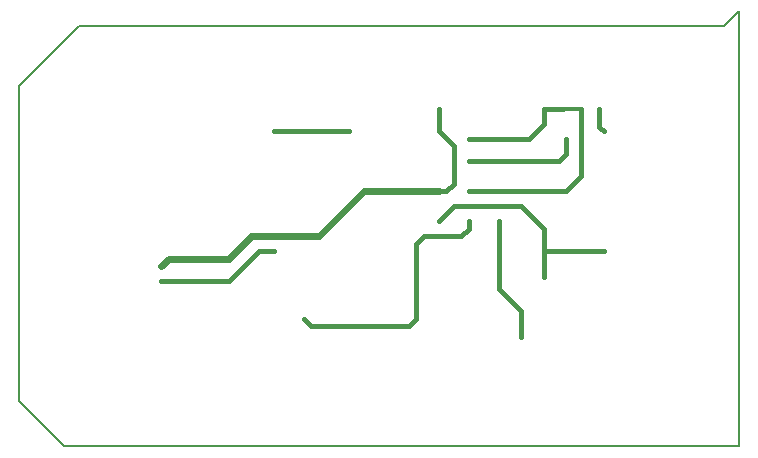
<source format=gbr>
G04 EAGLE Gerber RS-274X export*
G75*
%MOMM*%
%FSLAX34Y34*%
%LPD*%
%INBottom Copper*%
%IPPOS*%
%AMOC8*
5,1,8,0,0,1.08239X$1,22.5*%
G01*
%ADD10C,0.609600*%
%ADD11C,0.406400*%
%ADD12C,0.381000*%
%ADD13C,0.304800*%
%ADD14C,0.152400*%


D10*
X266700Y139700D02*
X330200Y139700D01*
X266700Y139700D02*
X228600Y101600D01*
X171450Y101600D01*
X152400Y82550D01*
X101600Y82550D01*
X95250Y76200D01*
D11*
X330200Y190500D02*
X342900Y177800D01*
X330200Y190500D02*
X330200Y209550D01*
X330200Y139700D02*
X336550Y139700D01*
X342900Y146050D01*
X342900Y177800D01*
D12*
X215900Y31750D02*
X222250Y25400D01*
X304800Y25400D01*
X311150Y31750D01*
X311150Y95250D01*
X317500Y101600D01*
X349250Y101600D01*
X355600Y107950D01*
X355600Y114300D01*
D11*
X419100Y209550D02*
X435610Y209550D01*
X406400Y184150D02*
X355600Y184150D01*
X406400Y184150D02*
X419100Y196850D01*
X419100Y209550D01*
X342900Y127000D02*
X330200Y114300D01*
X342900Y127000D02*
X400050Y127000D01*
X419100Y107950D01*
X419100Y88900D02*
X469900Y88900D01*
X419100Y88900D02*
X419100Y66675D01*
X419100Y88900D02*
X419100Y107950D01*
X152400Y63500D02*
X95250Y63500D01*
X152400Y63500D02*
X177800Y88900D01*
X190500Y88900D01*
X190500Y190500D02*
X254000Y190500D01*
X466090Y194310D02*
X466090Y209550D01*
X466090Y194310D02*
X469900Y190500D01*
X381000Y114300D02*
X381000Y57150D01*
X400050Y38100D02*
X400050Y15875D01*
X400050Y38100D02*
X381000Y57150D01*
X355600Y165100D02*
X431800Y165100D01*
X438150Y171450D01*
X438150Y184150D01*
X438150Y139700D02*
X355600Y139700D01*
X438150Y139700D02*
X450850Y152400D01*
X450850Y209550D01*
D13*
X431800Y209550D01*
D14*
X571500Y279400D02*
X25400Y279400D01*
X571500Y279400D02*
X584200Y292100D01*
X584200Y-76200D01*
X12700Y-76200D01*
X-25400Y-38100D01*
X-25400Y228600D01*
X25400Y279400D01*
M02*

</source>
